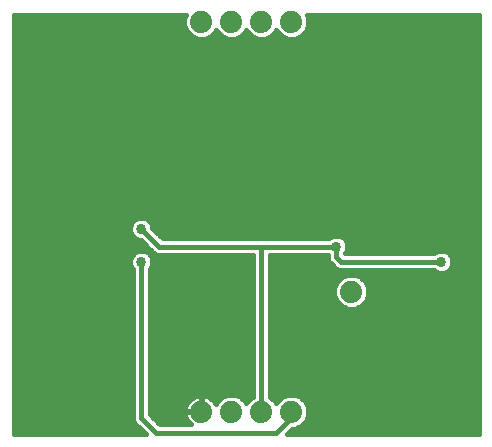
<source format=gbl>
G75*
%MOIN*%
%OFA0B0*%
%FSLAX25Y25*%
%IPPOS*%
%LPD*%
%AMOC8*
5,1,8,0,0,1.08239X$1,22.5*
%
%ADD10C,0.07400*%
%ADD11C,0.01600*%
%ADD12C,0.03400*%
D10*
X0203333Y0100000D03*
X0213333Y0100000D03*
X0223333Y0100000D03*
X0233333Y0100000D03*
X0253333Y0140000D03*
X0233333Y0230000D03*
X0223333Y0230000D03*
X0213333Y0230000D03*
X0203333Y0230000D03*
D11*
X0140933Y0232400D02*
X0140933Y0092600D01*
X0184774Y0092600D01*
X0180960Y0096414D01*
X0180533Y0097443D01*
X0180533Y0147567D01*
X0180197Y0147904D01*
X0179633Y0149264D01*
X0179633Y0150736D01*
X0180197Y0152096D01*
X0181237Y0153137D01*
X0182597Y0153700D01*
X0184069Y0153700D01*
X0185429Y0153137D01*
X0186470Y0152096D01*
X0187033Y0150736D01*
X0187033Y0149264D01*
X0186470Y0147904D01*
X0186133Y0147567D01*
X0186133Y0099160D01*
X0189493Y0095800D01*
X0199757Y0095800D01*
X0199750Y0095805D01*
X0199138Y0096417D01*
X0198629Y0097117D01*
X0198236Y0097889D01*
X0197969Y0098712D01*
X0197833Y0099567D01*
X0197833Y0099800D01*
X0203133Y0099800D01*
X0203133Y0100200D01*
X0197833Y0100200D01*
X0197833Y0100433D01*
X0197969Y0101288D01*
X0198236Y0102111D01*
X0198629Y0102883D01*
X0199138Y0103583D01*
X0199750Y0104195D01*
X0200451Y0104704D01*
X0201222Y0105097D01*
X0202045Y0105365D01*
X0202900Y0105500D01*
X0203133Y0105500D01*
X0203133Y0100200D01*
X0203533Y0100200D01*
X0203533Y0105500D01*
X0203766Y0105500D01*
X0204621Y0105365D01*
X0205445Y0105097D01*
X0206216Y0104704D01*
X0206916Y0104195D01*
X0207528Y0103583D01*
X0208037Y0102883D01*
X0208214Y0102536D01*
X0208501Y0103229D01*
X0210105Y0104832D01*
X0212200Y0105700D01*
X0214467Y0105700D01*
X0216562Y0104832D01*
X0218166Y0103229D01*
X0218333Y0102824D01*
X0218501Y0103229D01*
X0220105Y0104832D01*
X0220533Y0105010D01*
X0220533Y0152200D01*
X0188776Y0152200D01*
X0187747Y0152626D01*
X0186960Y0153414D01*
X0183074Y0157300D01*
X0182597Y0157300D01*
X0181237Y0157863D01*
X0180197Y0158904D01*
X0179633Y0160264D01*
X0179633Y0161736D01*
X0180197Y0163096D01*
X0181237Y0164137D01*
X0182597Y0164700D01*
X0184069Y0164700D01*
X0185429Y0164137D01*
X0186470Y0163096D01*
X0187033Y0161736D01*
X0187033Y0161260D01*
X0190493Y0157800D01*
X0245901Y0157800D01*
X0246237Y0158137D01*
X0247597Y0158700D01*
X0249069Y0158700D01*
X0250429Y0158137D01*
X0251470Y0157096D01*
X0252033Y0155736D01*
X0252033Y0154264D01*
X0251470Y0152904D01*
X0251366Y0152800D01*
X0280901Y0152800D01*
X0281237Y0153137D01*
X0282597Y0153700D01*
X0284069Y0153700D01*
X0285429Y0153137D01*
X0286470Y0152096D01*
X0287033Y0150736D01*
X0287033Y0149264D01*
X0286470Y0147904D01*
X0285429Y0146863D01*
X0284069Y0146300D01*
X0282597Y0146300D01*
X0281237Y0146863D01*
X0280901Y0147200D01*
X0249276Y0147200D01*
X0248247Y0147626D01*
X0246747Y0149126D01*
X0245960Y0149914D01*
X0245533Y0150943D01*
X0245533Y0152200D01*
X0226133Y0152200D01*
X0226133Y0105010D01*
X0226562Y0104832D01*
X0228166Y0103229D01*
X0228333Y0102824D01*
X0228501Y0103229D01*
X0230105Y0104832D01*
X0232200Y0105700D01*
X0234467Y0105700D01*
X0236562Y0104832D01*
X0238166Y0103229D01*
X0239033Y0101134D01*
X0239033Y0098866D01*
X0238166Y0096771D01*
X0236562Y0095168D01*
X0234467Y0094300D01*
X0233593Y0094300D01*
X0231893Y0092600D01*
X0295733Y0092600D01*
X0295733Y0232400D01*
X0238509Y0232400D01*
X0239033Y0231134D01*
X0239033Y0228866D01*
X0238166Y0226771D01*
X0236562Y0225168D01*
X0234467Y0224300D01*
X0232200Y0224300D01*
X0230105Y0225168D01*
X0228501Y0226771D01*
X0228333Y0227176D01*
X0228166Y0226771D01*
X0226562Y0225168D01*
X0224467Y0224300D01*
X0222200Y0224300D01*
X0220105Y0225168D01*
X0218501Y0226771D01*
X0218333Y0227176D01*
X0218166Y0226771D01*
X0216562Y0225168D01*
X0214467Y0224300D01*
X0212200Y0224300D01*
X0210105Y0225168D01*
X0208501Y0226771D01*
X0208333Y0227176D01*
X0208166Y0226771D01*
X0206562Y0225168D01*
X0204467Y0224300D01*
X0202200Y0224300D01*
X0200105Y0225168D01*
X0198501Y0226771D01*
X0197633Y0228866D01*
X0197633Y0231134D01*
X0198158Y0232400D01*
X0140933Y0232400D01*
X0140933Y0232268D02*
X0198103Y0232268D01*
X0197633Y0230669D02*
X0140933Y0230669D01*
X0140933Y0229070D02*
X0197633Y0229070D01*
X0198211Y0227472D02*
X0140933Y0227472D01*
X0140933Y0225873D02*
X0199399Y0225873D01*
X0207268Y0225873D02*
X0209399Y0225873D01*
X0217268Y0225873D02*
X0219399Y0225873D01*
X0227268Y0225873D02*
X0229399Y0225873D01*
X0237268Y0225873D02*
X0295733Y0225873D01*
X0295733Y0224275D02*
X0140933Y0224275D01*
X0140933Y0222676D02*
X0295733Y0222676D01*
X0295733Y0221078D02*
X0140933Y0221078D01*
X0140933Y0219479D02*
X0295733Y0219479D01*
X0295733Y0217881D02*
X0140933Y0217881D01*
X0140933Y0216282D02*
X0295733Y0216282D01*
X0295733Y0214684D02*
X0140933Y0214684D01*
X0140933Y0213085D02*
X0295733Y0213085D01*
X0295733Y0211487D02*
X0140933Y0211487D01*
X0140933Y0209888D02*
X0295733Y0209888D01*
X0295733Y0208290D02*
X0140933Y0208290D01*
X0140933Y0206691D02*
X0295733Y0206691D01*
X0295733Y0205093D02*
X0140933Y0205093D01*
X0140933Y0203494D02*
X0295733Y0203494D01*
X0295733Y0201896D02*
X0140933Y0201896D01*
X0140933Y0200297D02*
X0295733Y0200297D01*
X0295733Y0198699D02*
X0140933Y0198699D01*
X0140933Y0197100D02*
X0295733Y0197100D01*
X0295733Y0195502D02*
X0140933Y0195502D01*
X0140933Y0193903D02*
X0295733Y0193903D01*
X0295733Y0192305D02*
X0140933Y0192305D01*
X0140933Y0190706D02*
X0295733Y0190706D01*
X0295733Y0189108D02*
X0140933Y0189108D01*
X0140933Y0187509D02*
X0295733Y0187509D01*
X0295733Y0185911D02*
X0140933Y0185911D01*
X0140933Y0184312D02*
X0295733Y0184312D01*
X0295733Y0182714D02*
X0140933Y0182714D01*
X0140933Y0181115D02*
X0295733Y0181115D01*
X0295733Y0179517D02*
X0140933Y0179517D01*
X0140933Y0177918D02*
X0295733Y0177918D01*
X0295733Y0176320D02*
X0140933Y0176320D01*
X0140933Y0174721D02*
X0295733Y0174721D01*
X0295733Y0173123D02*
X0140933Y0173123D01*
X0140933Y0171524D02*
X0295733Y0171524D01*
X0295733Y0169926D02*
X0140933Y0169926D01*
X0140933Y0168327D02*
X0295733Y0168327D01*
X0295733Y0166729D02*
X0140933Y0166729D01*
X0140933Y0165130D02*
X0295733Y0165130D01*
X0295733Y0163532D02*
X0186034Y0163532D01*
X0186952Y0161933D02*
X0295733Y0161933D01*
X0295733Y0160334D02*
X0187959Y0160334D01*
X0189557Y0158736D02*
X0295733Y0158736D01*
X0295733Y0157137D02*
X0251428Y0157137D01*
X0252033Y0155539D02*
X0295733Y0155539D01*
X0295733Y0153940D02*
X0251899Y0153940D01*
X0248333Y0155000D02*
X0248333Y0151500D01*
X0249833Y0150000D01*
X0283333Y0150000D01*
X0286112Y0147546D02*
X0295733Y0147546D01*
X0295733Y0145948D02*
X0226133Y0145948D01*
X0226133Y0147546D02*
X0248440Y0147546D01*
X0246729Y0149145D02*
X0226133Y0149145D01*
X0226133Y0150743D02*
X0245616Y0150743D01*
X0248333Y0155000D02*
X0223333Y0155000D01*
X0223333Y0100000D01*
X0219659Y0104387D02*
X0217008Y0104387D01*
X0220533Y0105985D02*
X0186133Y0105985D01*
X0186133Y0104387D02*
X0200014Y0104387D01*
X0198581Y0102788D02*
X0186133Y0102788D01*
X0186133Y0101190D02*
X0197953Y0101190D01*
X0197833Y0099591D02*
X0186133Y0099591D01*
X0187301Y0097993D02*
X0198203Y0097993D01*
X0199161Y0096394D02*
X0188899Y0096394D01*
X0188333Y0093000D02*
X0183333Y0098000D01*
X0183333Y0150000D01*
X0180443Y0152342D02*
X0140933Y0152342D01*
X0140933Y0153940D02*
X0186433Y0153940D01*
X0186224Y0152342D02*
X0188434Y0152342D01*
X0187030Y0150743D02*
X0220533Y0150743D01*
X0220533Y0149145D02*
X0186984Y0149145D01*
X0186133Y0147546D02*
X0220533Y0147546D01*
X0220533Y0145948D02*
X0186133Y0145948D01*
X0186133Y0144349D02*
X0220533Y0144349D01*
X0220533Y0142751D02*
X0186133Y0142751D01*
X0186133Y0141152D02*
X0220533Y0141152D01*
X0220533Y0139554D02*
X0186133Y0139554D01*
X0186133Y0137955D02*
X0220533Y0137955D01*
X0220533Y0136357D02*
X0186133Y0136357D01*
X0186133Y0134758D02*
X0220533Y0134758D01*
X0220533Y0133160D02*
X0186133Y0133160D01*
X0186133Y0131561D02*
X0220533Y0131561D01*
X0220533Y0129963D02*
X0186133Y0129963D01*
X0186133Y0128364D02*
X0220533Y0128364D01*
X0220533Y0126766D02*
X0186133Y0126766D01*
X0186133Y0125167D02*
X0220533Y0125167D01*
X0220533Y0123569D02*
X0186133Y0123569D01*
X0186133Y0121970D02*
X0220533Y0121970D01*
X0220533Y0120372D02*
X0186133Y0120372D01*
X0186133Y0118773D02*
X0220533Y0118773D01*
X0220533Y0117175D02*
X0186133Y0117175D01*
X0186133Y0115576D02*
X0220533Y0115576D01*
X0220533Y0113978D02*
X0186133Y0113978D01*
X0186133Y0112379D02*
X0220533Y0112379D01*
X0220533Y0110781D02*
X0186133Y0110781D01*
X0186133Y0109182D02*
X0220533Y0109182D01*
X0220533Y0107584D02*
X0186133Y0107584D01*
X0180533Y0107584D02*
X0140933Y0107584D01*
X0140933Y0109182D02*
X0180533Y0109182D01*
X0180533Y0110781D02*
X0140933Y0110781D01*
X0140933Y0112379D02*
X0180533Y0112379D01*
X0180533Y0113978D02*
X0140933Y0113978D01*
X0140933Y0115576D02*
X0180533Y0115576D01*
X0180533Y0117175D02*
X0140933Y0117175D01*
X0140933Y0118773D02*
X0180533Y0118773D01*
X0180533Y0120372D02*
X0140933Y0120372D01*
X0140933Y0121970D02*
X0180533Y0121970D01*
X0180533Y0123569D02*
X0140933Y0123569D01*
X0140933Y0125167D02*
X0180533Y0125167D01*
X0180533Y0126766D02*
X0140933Y0126766D01*
X0140933Y0128364D02*
X0180533Y0128364D01*
X0180533Y0129963D02*
X0140933Y0129963D01*
X0140933Y0131561D02*
X0180533Y0131561D01*
X0180533Y0133160D02*
X0140933Y0133160D01*
X0140933Y0134758D02*
X0180533Y0134758D01*
X0180533Y0136357D02*
X0140933Y0136357D01*
X0140933Y0137955D02*
X0180533Y0137955D01*
X0180533Y0139554D02*
X0140933Y0139554D01*
X0140933Y0141152D02*
X0180533Y0141152D01*
X0180533Y0142751D02*
X0140933Y0142751D01*
X0140933Y0144349D02*
X0180533Y0144349D01*
X0180533Y0145948D02*
X0140933Y0145948D01*
X0140933Y0147546D02*
X0180533Y0147546D01*
X0179683Y0149145D02*
X0140933Y0149145D01*
X0140933Y0150743D02*
X0179636Y0150743D01*
X0184835Y0155539D02*
X0140933Y0155539D01*
X0140933Y0157137D02*
X0183236Y0157137D01*
X0180365Y0158736D02*
X0140933Y0158736D01*
X0140933Y0160334D02*
X0179633Y0160334D01*
X0179715Y0161933D02*
X0140933Y0161933D01*
X0140933Y0163532D02*
X0180632Y0163532D01*
X0183333Y0161000D02*
X0189333Y0155000D01*
X0223333Y0155000D01*
X0226133Y0144349D02*
X0249622Y0144349D01*
X0250105Y0144832D02*
X0248501Y0143229D01*
X0247633Y0141134D01*
X0247633Y0138866D01*
X0248501Y0136771D01*
X0250105Y0135168D01*
X0252200Y0134300D01*
X0254467Y0134300D01*
X0256562Y0135168D01*
X0258166Y0136771D01*
X0259033Y0138866D01*
X0259033Y0141134D01*
X0258166Y0143229D01*
X0256562Y0144832D01*
X0254467Y0145700D01*
X0252200Y0145700D01*
X0250105Y0144832D01*
X0248303Y0142751D02*
X0226133Y0142751D01*
X0226133Y0141152D02*
X0247641Y0141152D01*
X0247633Y0139554D02*
X0226133Y0139554D01*
X0226133Y0137955D02*
X0248011Y0137955D01*
X0248915Y0136357D02*
X0226133Y0136357D01*
X0226133Y0134758D02*
X0251093Y0134758D01*
X0255574Y0134758D02*
X0295733Y0134758D01*
X0295733Y0133160D02*
X0226133Y0133160D01*
X0226133Y0131561D02*
X0295733Y0131561D01*
X0295733Y0129963D02*
X0226133Y0129963D01*
X0226133Y0128364D02*
X0295733Y0128364D01*
X0295733Y0126766D02*
X0226133Y0126766D01*
X0226133Y0125167D02*
X0295733Y0125167D01*
X0295733Y0123569D02*
X0226133Y0123569D01*
X0226133Y0121970D02*
X0295733Y0121970D01*
X0295733Y0120372D02*
X0226133Y0120372D01*
X0226133Y0118773D02*
X0295733Y0118773D01*
X0295733Y0117175D02*
X0226133Y0117175D01*
X0226133Y0115576D02*
X0295733Y0115576D01*
X0295733Y0113978D02*
X0226133Y0113978D01*
X0226133Y0112379D02*
X0295733Y0112379D01*
X0295733Y0110781D02*
X0226133Y0110781D01*
X0226133Y0109182D02*
X0295733Y0109182D01*
X0295733Y0107584D02*
X0226133Y0107584D01*
X0226133Y0105985D02*
X0295733Y0105985D01*
X0295733Y0104387D02*
X0237008Y0104387D01*
X0238348Y0102788D02*
X0295733Y0102788D01*
X0295733Y0101190D02*
X0239010Y0101190D01*
X0239033Y0099591D02*
X0295733Y0099591D01*
X0295733Y0097993D02*
X0238671Y0097993D01*
X0237788Y0096394D02*
X0295733Y0096394D01*
X0295733Y0094796D02*
X0235663Y0094796D01*
X0232490Y0093197D02*
X0295733Y0093197D01*
X0233333Y0098000D02*
X0233333Y0100000D01*
X0233333Y0098000D02*
X0228333Y0093000D01*
X0188333Y0093000D01*
X0184177Y0093197D02*
X0140933Y0093197D01*
X0140933Y0094796D02*
X0182578Y0094796D01*
X0180979Y0096394D02*
X0140933Y0096394D01*
X0140933Y0097993D02*
X0180533Y0097993D01*
X0180533Y0099591D02*
X0140933Y0099591D01*
X0140933Y0101190D02*
X0180533Y0101190D01*
X0180533Y0102788D02*
X0140933Y0102788D01*
X0140933Y0104387D02*
X0180533Y0104387D01*
X0180533Y0105985D02*
X0140933Y0105985D01*
X0203133Y0104387D02*
X0203533Y0104387D01*
X0203533Y0102788D02*
X0203133Y0102788D01*
X0203133Y0101190D02*
X0203533Y0101190D01*
X0206653Y0104387D02*
X0209659Y0104387D01*
X0208319Y0102788D02*
X0208086Y0102788D01*
X0227008Y0104387D02*
X0229659Y0104387D01*
X0257751Y0136357D02*
X0295733Y0136357D01*
X0295733Y0137955D02*
X0258656Y0137955D01*
X0259033Y0139554D02*
X0295733Y0139554D01*
X0295733Y0141152D02*
X0259026Y0141152D01*
X0258364Y0142751D02*
X0295733Y0142751D01*
X0295733Y0144349D02*
X0257045Y0144349D01*
X0286224Y0152342D02*
X0295733Y0152342D01*
X0295733Y0150743D02*
X0287030Y0150743D01*
X0286984Y0149145D02*
X0295733Y0149145D01*
X0295733Y0227472D02*
X0238456Y0227472D01*
X0239033Y0229070D02*
X0295733Y0229070D01*
X0295733Y0230669D02*
X0239033Y0230669D01*
X0238564Y0232268D02*
X0295733Y0232268D01*
D12*
X0183333Y0161000D03*
X0183333Y0150000D03*
X0168333Y0130000D03*
X0248333Y0155000D03*
X0283333Y0150000D03*
X0168333Y0195000D03*
M02*

</source>
